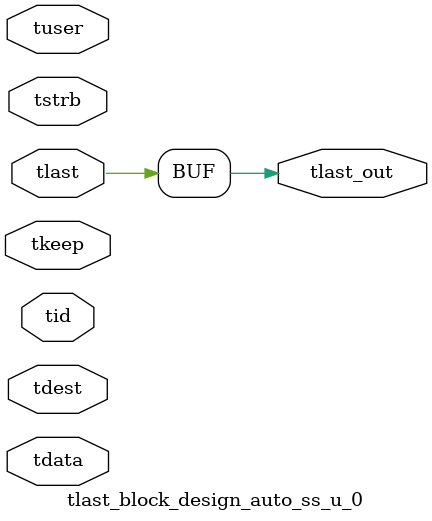
<source format=v>


`timescale 1ps/1ps

module tlast_block_design_auto_ss_u_0 #
(
parameter C_S_AXIS_TID_WIDTH   = 1,
parameter C_S_AXIS_TUSER_WIDTH = 0,
parameter C_S_AXIS_TDATA_WIDTH = 0,
parameter C_S_AXIS_TDEST_WIDTH = 0
)
(
input  [(C_S_AXIS_TID_WIDTH   == 0 ? 1 : C_S_AXIS_TID_WIDTH)-1:0       ] tid,
input  [(C_S_AXIS_TDATA_WIDTH == 0 ? 1 : C_S_AXIS_TDATA_WIDTH)-1:0     ] tdata,
input  [(C_S_AXIS_TUSER_WIDTH == 0 ? 1 : C_S_AXIS_TUSER_WIDTH)-1:0     ] tuser,
input  [(C_S_AXIS_TDEST_WIDTH == 0 ? 1 : C_S_AXIS_TDEST_WIDTH)-1:0     ] tdest,
input  [(C_S_AXIS_TDATA_WIDTH/8)-1:0 ] tkeep,
input  [(C_S_AXIS_TDATA_WIDTH/8)-1:0 ] tstrb,
input  [0:0]                                                             tlast,
output                                                                   tlast_out
);

assign tlast_out = {tlast[0]};

endmodule


</source>
